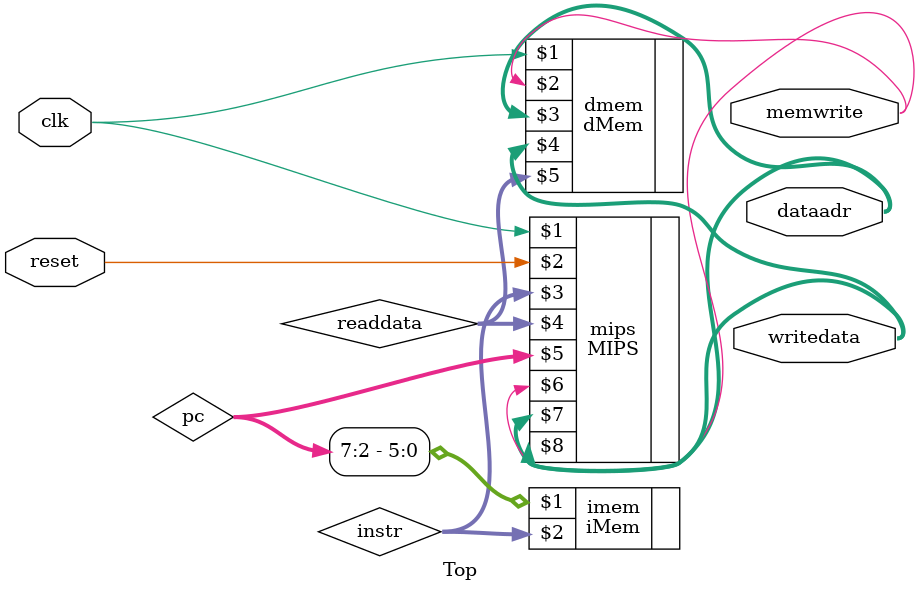
<source format=sv>
`timescale 1ns / 1ps


module Top(input logic clk,
            input logic reset,
            output logic [31:0] writedata ,
            output logic [31:0] dataadr ,
            output logic memwrite);
logic [ 31:0 ] pc,instr,readdata;
MIPS mips(  clk, reset,
            instr,readdata,
            pc, memwrite, dataadr, writedata);
iMem imem (pc [7:2 ] ,instr );
dMem dmem (clk,memwrite, dataadr ,writedata,readdata);
endmodule

</source>
